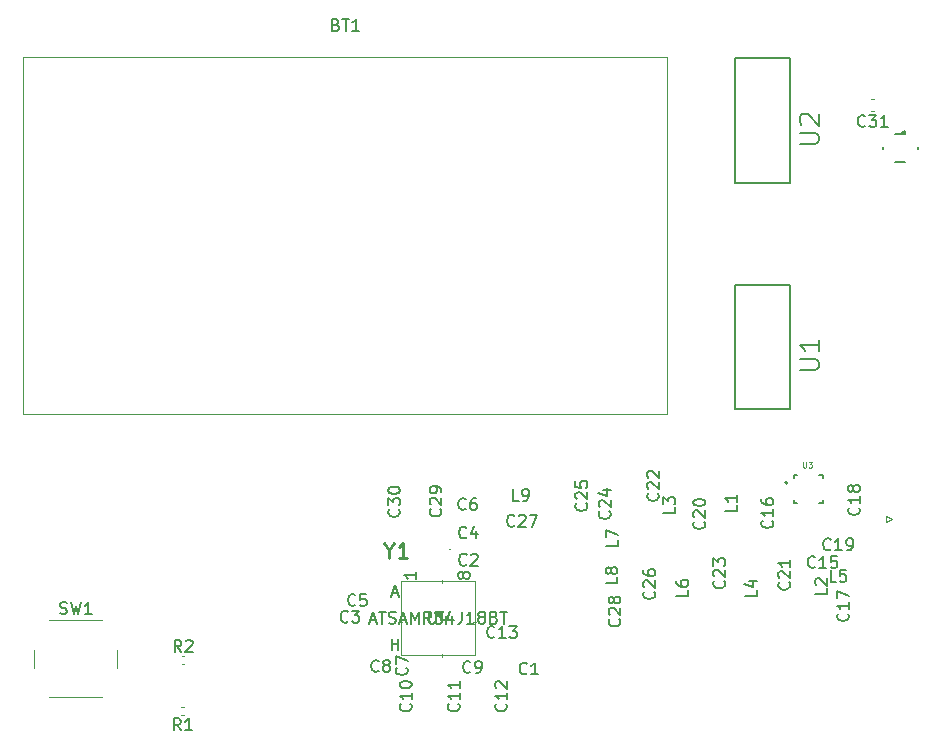
<source format=gbr>
%TF.GenerationSoftware,KiCad,Pcbnew,6.0.9-8da3e8f707~117~ubuntu22.04.1*%
%TF.CreationDate,2022-12-19T03:44:25-03:00*%
%TF.ProjectId,kiproject,6b697072-6f6a-4656-9374-2e6b69636164,rev?*%
%TF.SameCoordinates,Original*%
%TF.FileFunction,Legend,Top*%
%TF.FilePolarity,Positive*%
%FSLAX46Y46*%
G04 Gerber Fmt 4.6, Leading zero omitted, Abs format (unit mm)*
G04 Created by KiCad (PCBNEW 6.0.9-8da3e8f707~117~ubuntu22.04.1) date 2022-12-19 03:44:25*
%MOMM*%
%LPD*%
G01*
G04 APERTURE LIST*
%ADD10C,0.150000*%
%ADD11C,0.254000*%
%ADD12C,0.120000*%
%ADD13C,0.200000*%
%ADD14C,0.100000*%
%ADD15C,0.152400*%
%ADD16C,0.127000*%
G04 APERTURE END LIST*
D10*
%TO.C,C31*%
X109745542Y-41665142D02*
X109697923Y-41712761D01*
X109555066Y-41760380D01*
X109459828Y-41760380D01*
X109316971Y-41712761D01*
X109221733Y-41617523D01*
X109174114Y-41522285D01*
X109126495Y-41331809D01*
X109126495Y-41188952D01*
X109174114Y-40998476D01*
X109221733Y-40903238D01*
X109316971Y-40808000D01*
X109459828Y-40760380D01*
X109555066Y-40760380D01*
X109697923Y-40808000D01*
X109745542Y-40855619D01*
X110078876Y-40760380D02*
X110697923Y-40760380D01*
X110364590Y-41141333D01*
X110507447Y-41141333D01*
X110602685Y-41188952D01*
X110650304Y-41236571D01*
X110697923Y-41331809D01*
X110697923Y-41569904D01*
X110650304Y-41665142D01*
X110602685Y-41712761D01*
X110507447Y-41760380D01*
X110221733Y-41760380D01*
X110126495Y-41712761D01*
X110078876Y-41665142D01*
X111650304Y-41760380D02*
X111078876Y-41760380D01*
X111364590Y-41760380D02*
X111364590Y-40760380D01*
X111269352Y-40903238D01*
X111174114Y-40998476D01*
X111078876Y-41046095D01*
%TO.C,L3*%
X93677380Y-73966666D02*
X93677380Y-74442857D01*
X92677380Y-74442857D01*
X92677380Y-73728571D02*
X92677380Y-73109523D01*
X93058333Y-73442857D01*
X93058333Y-73300000D01*
X93105952Y-73204761D01*
X93153571Y-73157142D01*
X93248809Y-73109523D01*
X93486904Y-73109523D01*
X93582142Y-73157142D01*
X93629761Y-73204761D01*
X93677380Y-73300000D01*
X93677380Y-73585714D01*
X93629761Y-73680952D01*
X93582142Y-73728571D01*
%TO.C,C9*%
X76338133Y-87902342D02*
X76290514Y-87949961D01*
X76147657Y-87997580D01*
X76052419Y-87997580D01*
X75909561Y-87949961D01*
X75814323Y-87854723D01*
X75766704Y-87759485D01*
X75719085Y-87569009D01*
X75719085Y-87426152D01*
X75766704Y-87235676D01*
X75814323Y-87140438D01*
X75909561Y-87045200D01*
X76052419Y-86997580D01*
X76147657Y-86997580D01*
X76290514Y-87045200D01*
X76338133Y-87092819D01*
X76814323Y-87997580D02*
X77004800Y-87997580D01*
X77100038Y-87949961D01*
X77147657Y-87902342D01*
X77242895Y-87759485D01*
X77290514Y-87569009D01*
X77290514Y-87188057D01*
X77242895Y-87092819D01*
X77195276Y-87045200D01*
X77100038Y-86997580D01*
X76909561Y-86997580D01*
X76814323Y-87045200D01*
X76766704Y-87092819D01*
X76719085Y-87188057D01*
X76719085Y-87426152D01*
X76766704Y-87521390D01*
X76814323Y-87569009D01*
X76909561Y-87616628D01*
X77100038Y-87616628D01*
X77195276Y-87569009D01*
X77242895Y-87521390D01*
X77290514Y-87426152D01*
%TO.C,C30*%
X70274742Y-74150457D02*
X70322361Y-74198076D01*
X70369980Y-74340933D01*
X70369980Y-74436171D01*
X70322361Y-74579028D01*
X70227123Y-74674266D01*
X70131885Y-74721885D01*
X69941409Y-74769504D01*
X69798552Y-74769504D01*
X69608076Y-74721885D01*
X69512838Y-74674266D01*
X69417600Y-74579028D01*
X69369980Y-74436171D01*
X69369980Y-74340933D01*
X69417600Y-74198076D01*
X69465219Y-74150457D01*
X69369980Y-73817123D02*
X69369980Y-73198076D01*
X69750933Y-73531409D01*
X69750933Y-73388552D01*
X69798552Y-73293314D01*
X69846171Y-73245695D01*
X69941409Y-73198076D01*
X70179504Y-73198076D01*
X70274742Y-73245695D01*
X70322361Y-73293314D01*
X70369980Y-73388552D01*
X70369980Y-73674266D01*
X70322361Y-73769504D01*
X70274742Y-73817123D01*
X69369980Y-72579028D02*
X69369980Y-72483790D01*
X69417600Y-72388552D01*
X69465219Y-72340933D01*
X69560457Y-72293314D01*
X69750933Y-72245695D01*
X69989028Y-72245695D01*
X70179504Y-72293314D01*
X70274742Y-72340933D01*
X70322361Y-72388552D01*
X70369980Y-72483790D01*
X70369980Y-72579028D01*
X70322361Y-72674266D01*
X70274742Y-72721885D01*
X70179504Y-72769504D01*
X69989028Y-72817123D01*
X69750933Y-72817123D01*
X69560457Y-72769504D01*
X69465219Y-72721885D01*
X69417600Y-72674266D01*
X69369980Y-72579028D01*
%TO.C,C6*%
X75933333Y-74107142D02*
X75885714Y-74154761D01*
X75742857Y-74202380D01*
X75647619Y-74202380D01*
X75504761Y-74154761D01*
X75409523Y-74059523D01*
X75361904Y-73964285D01*
X75314285Y-73773809D01*
X75314285Y-73630952D01*
X75361904Y-73440476D01*
X75409523Y-73345238D01*
X75504761Y-73250000D01*
X75647619Y-73202380D01*
X75742857Y-73202380D01*
X75885714Y-73250000D01*
X75933333Y-73297619D01*
X76790476Y-73202380D02*
X76600000Y-73202380D01*
X76504761Y-73250000D01*
X76457142Y-73297619D01*
X76361904Y-73440476D01*
X76314285Y-73630952D01*
X76314285Y-74011904D01*
X76361904Y-74107142D01*
X76409523Y-74154761D01*
X76504761Y-74202380D01*
X76695238Y-74202380D01*
X76790476Y-74154761D01*
X76838095Y-74107142D01*
X76885714Y-74011904D01*
X76885714Y-73773809D01*
X76838095Y-73678571D01*
X76790476Y-73630952D01*
X76695238Y-73583333D01*
X76504761Y-73583333D01*
X76409523Y-73630952D01*
X76361904Y-73678571D01*
X76314285Y-73773809D01*
%TO.C,R1*%
X51801733Y-92849180D02*
X51468400Y-92372990D01*
X51230304Y-92849180D02*
X51230304Y-91849180D01*
X51611257Y-91849180D01*
X51706495Y-91896800D01*
X51754114Y-91944419D01*
X51801733Y-92039657D01*
X51801733Y-92182514D01*
X51754114Y-92277752D01*
X51706495Y-92325371D01*
X51611257Y-92372990D01*
X51230304Y-92372990D01*
X52754114Y-92849180D02*
X52182685Y-92849180D01*
X52468400Y-92849180D02*
X52468400Y-91849180D01*
X52373161Y-91992038D01*
X52277923Y-92087276D01*
X52182685Y-92134895D01*
%TO.C,U4*%
X72814195Y-82810180D02*
X72814195Y-83619704D01*
X72861814Y-83714942D01*
X72909433Y-83762561D01*
X73004671Y-83810180D01*
X73195147Y-83810180D01*
X73290385Y-83762561D01*
X73338004Y-83714942D01*
X73385623Y-83619704D01*
X73385623Y-82810180D01*
X74290385Y-83143514D02*
X74290385Y-83810180D01*
X74052290Y-82762561D02*
X73814195Y-83476847D01*
X74433242Y-83476847D01*
X67814195Y-83524466D02*
X68290385Y-83524466D01*
X67718957Y-83810180D02*
X68052290Y-82810180D01*
X68385623Y-83810180D01*
X68576100Y-82810180D02*
X69147528Y-82810180D01*
X68861814Y-83810180D02*
X68861814Y-82810180D01*
X69433242Y-83762561D02*
X69576100Y-83810180D01*
X69814195Y-83810180D01*
X69909433Y-83762561D01*
X69957052Y-83714942D01*
X70004671Y-83619704D01*
X70004671Y-83524466D01*
X69957052Y-83429228D01*
X69909433Y-83381609D01*
X69814195Y-83333990D01*
X69623719Y-83286371D01*
X69528480Y-83238752D01*
X69480861Y-83191133D01*
X69433242Y-83095895D01*
X69433242Y-83000657D01*
X69480861Y-82905419D01*
X69528480Y-82857800D01*
X69623719Y-82810180D01*
X69861814Y-82810180D01*
X70004671Y-82857800D01*
X70385623Y-83524466D02*
X70861814Y-83524466D01*
X70290385Y-83810180D02*
X70623719Y-82810180D01*
X70957052Y-83810180D01*
X71290385Y-83810180D02*
X71290385Y-82810180D01*
X71623719Y-83524466D01*
X71957052Y-82810180D01*
X71957052Y-83810180D01*
X73004671Y-83810180D02*
X72671338Y-83333990D01*
X72433242Y-83810180D02*
X72433242Y-82810180D01*
X72814195Y-82810180D01*
X72909433Y-82857800D01*
X72957052Y-82905419D01*
X73004671Y-83000657D01*
X73004671Y-83143514D01*
X72957052Y-83238752D01*
X72909433Y-83286371D01*
X72814195Y-83333990D01*
X72433242Y-83333990D01*
X73338004Y-82810180D02*
X73957052Y-82810180D01*
X73623719Y-83191133D01*
X73766576Y-83191133D01*
X73861814Y-83238752D01*
X73909433Y-83286371D01*
X73957052Y-83381609D01*
X73957052Y-83619704D01*
X73909433Y-83714942D01*
X73861814Y-83762561D01*
X73766576Y-83810180D01*
X73480861Y-83810180D01*
X73385623Y-83762561D01*
X73338004Y-83714942D01*
X74814195Y-83143514D02*
X74814195Y-83810180D01*
X74576100Y-82762561D02*
X74338004Y-83476847D01*
X74957052Y-83476847D01*
X75623719Y-82810180D02*
X75623719Y-83524466D01*
X75576100Y-83667323D01*
X75480861Y-83762561D01*
X75338004Y-83810180D01*
X75242766Y-83810180D01*
X76623719Y-83810180D02*
X76052290Y-83810180D01*
X76338004Y-83810180D02*
X76338004Y-82810180D01*
X76242766Y-82953038D01*
X76147528Y-83048276D01*
X76052290Y-83095895D01*
X77195147Y-83238752D02*
X77099909Y-83191133D01*
X77052290Y-83143514D01*
X77004671Y-83048276D01*
X77004671Y-83000657D01*
X77052290Y-82905419D01*
X77099909Y-82857800D01*
X77195147Y-82810180D01*
X77385623Y-82810180D01*
X77480861Y-82857800D01*
X77528480Y-82905419D01*
X77576100Y-83000657D01*
X77576100Y-83048276D01*
X77528480Y-83143514D01*
X77480861Y-83191133D01*
X77385623Y-83238752D01*
X77195147Y-83238752D01*
X77099909Y-83286371D01*
X77052290Y-83333990D01*
X77004671Y-83429228D01*
X77004671Y-83619704D01*
X77052290Y-83714942D01*
X77099909Y-83762561D01*
X77195147Y-83810180D01*
X77385623Y-83810180D01*
X77480861Y-83762561D01*
X77528480Y-83714942D01*
X77576100Y-83619704D01*
X77576100Y-83429228D01*
X77528480Y-83333990D01*
X77480861Y-83286371D01*
X77385623Y-83238752D01*
X78338004Y-83286371D02*
X78480861Y-83333990D01*
X78528480Y-83381609D01*
X78576100Y-83476847D01*
X78576100Y-83619704D01*
X78528480Y-83714942D01*
X78480861Y-83762561D01*
X78385623Y-83810180D01*
X78004671Y-83810180D01*
X78004671Y-82810180D01*
X78338004Y-82810180D01*
X78433242Y-82857800D01*
X78480861Y-82905419D01*
X78528480Y-83000657D01*
X78528480Y-83095895D01*
X78480861Y-83191133D01*
X78433242Y-83238752D01*
X78338004Y-83286371D01*
X78004671Y-83286371D01*
X78861814Y-82810180D02*
X79433242Y-82810180D01*
X79147528Y-83810180D02*
X79147528Y-82810180D01*
X71753480Y-79439885D02*
X71753480Y-80011314D01*
X71753480Y-79725600D02*
X70753480Y-79725600D01*
X70896338Y-79820838D01*
X70991576Y-79916076D01*
X71039195Y-80011314D01*
X69705804Y-81249466D02*
X70181995Y-81249466D01*
X69610566Y-81535180D02*
X69943900Y-80535180D01*
X70277233Y-81535180D01*
X75732052Y-79820838D02*
X75684433Y-79916076D01*
X75636814Y-79963695D01*
X75541576Y-80011314D01*
X75493957Y-80011314D01*
X75398719Y-79963695D01*
X75351100Y-79916076D01*
X75303480Y-79820838D01*
X75303480Y-79630361D01*
X75351100Y-79535123D01*
X75398719Y-79487504D01*
X75493957Y-79439885D01*
X75541576Y-79439885D01*
X75636814Y-79487504D01*
X75684433Y-79535123D01*
X75732052Y-79630361D01*
X75732052Y-79820838D01*
X75779671Y-79916076D01*
X75827290Y-79963695D01*
X75922528Y-80011314D01*
X76113004Y-80011314D01*
X76208242Y-79963695D01*
X76255861Y-79916076D01*
X76303480Y-79820838D01*
X76303480Y-79630361D01*
X76255861Y-79535123D01*
X76208242Y-79487504D01*
X76113004Y-79439885D01*
X75922528Y-79439885D01*
X75827290Y-79487504D01*
X75779671Y-79535123D01*
X75732052Y-79630361D01*
X69658185Y-86085180D02*
X69658185Y-85085180D01*
X69658185Y-85561371D02*
X70229614Y-85561371D01*
X70229614Y-86085180D02*
X70229614Y-85085180D01*
X73576100Y-82810180D02*
X73576100Y-83048276D01*
X73338004Y-82953038D02*
X73576100Y-83048276D01*
X73814195Y-82953038D01*
X73433242Y-83238752D02*
X73576100Y-83048276D01*
X73718957Y-83238752D01*
%TO.C,C5*%
X66584533Y-82229942D02*
X66536914Y-82277561D01*
X66394057Y-82325180D01*
X66298819Y-82325180D01*
X66155961Y-82277561D01*
X66060723Y-82182323D01*
X66013104Y-82087085D01*
X65965485Y-81896609D01*
X65965485Y-81753752D01*
X66013104Y-81563276D01*
X66060723Y-81468038D01*
X66155961Y-81372800D01*
X66298819Y-81325180D01*
X66394057Y-81325180D01*
X66536914Y-81372800D01*
X66584533Y-81420419D01*
X67489295Y-81325180D02*
X67013104Y-81325180D01*
X66965485Y-81801371D01*
X67013104Y-81753752D01*
X67108342Y-81706133D01*
X67346438Y-81706133D01*
X67441676Y-81753752D01*
X67489295Y-81801371D01*
X67536914Y-81896609D01*
X67536914Y-82134704D01*
X67489295Y-82229942D01*
X67441676Y-82277561D01*
X67346438Y-82325180D01*
X67108342Y-82325180D01*
X67013104Y-82277561D01*
X66965485Y-82229942D01*
%TO.C,C15*%
X105507142Y-79012142D02*
X105459523Y-79059761D01*
X105316666Y-79107380D01*
X105221428Y-79107380D01*
X105078571Y-79059761D01*
X104983333Y-78964523D01*
X104935714Y-78869285D01*
X104888095Y-78678809D01*
X104888095Y-78535952D01*
X104935714Y-78345476D01*
X104983333Y-78250238D01*
X105078571Y-78155000D01*
X105221428Y-78107380D01*
X105316666Y-78107380D01*
X105459523Y-78155000D01*
X105507142Y-78202619D01*
X106459523Y-79107380D02*
X105888095Y-79107380D01*
X106173809Y-79107380D02*
X106173809Y-78107380D01*
X106078571Y-78250238D01*
X105983333Y-78345476D01*
X105888095Y-78393095D01*
X107364285Y-78107380D02*
X106888095Y-78107380D01*
X106840476Y-78583571D01*
X106888095Y-78535952D01*
X106983333Y-78488333D01*
X107221428Y-78488333D01*
X107316666Y-78535952D01*
X107364285Y-78583571D01*
X107411904Y-78678809D01*
X107411904Y-78916904D01*
X107364285Y-79012142D01*
X107316666Y-79059761D01*
X107221428Y-79107380D01*
X106983333Y-79107380D01*
X106888095Y-79059761D01*
X106840476Y-79012142D01*
%TO.C,C8*%
X68565733Y-87817942D02*
X68518114Y-87865561D01*
X68375257Y-87913180D01*
X68280019Y-87913180D01*
X68137161Y-87865561D01*
X68041923Y-87770323D01*
X67994304Y-87675085D01*
X67946685Y-87484609D01*
X67946685Y-87341752D01*
X67994304Y-87151276D01*
X68041923Y-87056038D01*
X68137161Y-86960800D01*
X68280019Y-86913180D01*
X68375257Y-86913180D01*
X68518114Y-86960800D01*
X68565733Y-87008419D01*
X69137161Y-87341752D02*
X69041923Y-87294133D01*
X68994304Y-87246514D01*
X68946685Y-87151276D01*
X68946685Y-87103657D01*
X68994304Y-87008419D01*
X69041923Y-86960800D01*
X69137161Y-86913180D01*
X69327638Y-86913180D01*
X69422876Y-86960800D01*
X69470495Y-87008419D01*
X69518114Y-87103657D01*
X69518114Y-87151276D01*
X69470495Y-87246514D01*
X69422876Y-87294133D01*
X69327638Y-87341752D01*
X69137161Y-87341752D01*
X69041923Y-87389371D01*
X68994304Y-87436990D01*
X68946685Y-87532228D01*
X68946685Y-87722704D01*
X68994304Y-87817942D01*
X69041923Y-87865561D01*
X69137161Y-87913180D01*
X69327638Y-87913180D01*
X69422876Y-87865561D01*
X69470495Y-87817942D01*
X69518114Y-87722704D01*
X69518114Y-87532228D01*
X69470495Y-87436990D01*
X69422876Y-87389371D01*
X69327638Y-87341752D01*
%TO.C,L4*%
X100577380Y-80991666D02*
X100577380Y-81467857D01*
X99577380Y-81467857D01*
X99910714Y-80229761D02*
X100577380Y-80229761D01*
X99529761Y-80467857D02*
X100244047Y-80705952D01*
X100244047Y-80086904D01*
%TO.C,C2*%
X76008333Y-78807142D02*
X75960714Y-78854761D01*
X75817857Y-78902380D01*
X75722619Y-78902380D01*
X75579761Y-78854761D01*
X75484523Y-78759523D01*
X75436904Y-78664285D01*
X75389285Y-78473809D01*
X75389285Y-78330952D01*
X75436904Y-78140476D01*
X75484523Y-78045238D01*
X75579761Y-77950000D01*
X75722619Y-77902380D01*
X75817857Y-77902380D01*
X75960714Y-77950000D01*
X76008333Y-77997619D01*
X76389285Y-77997619D02*
X76436904Y-77950000D01*
X76532142Y-77902380D01*
X76770238Y-77902380D01*
X76865476Y-77950000D01*
X76913095Y-77997619D01*
X76960714Y-78092857D01*
X76960714Y-78188095D01*
X76913095Y-78330952D01*
X76341666Y-78902380D01*
X76960714Y-78902380D01*
%TO.C,C19*%
X106832142Y-77507142D02*
X106784523Y-77554761D01*
X106641666Y-77602380D01*
X106546428Y-77602380D01*
X106403571Y-77554761D01*
X106308333Y-77459523D01*
X106260714Y-77364285D01*
X106213095Y-77173809D01*
X106213095Y-77030952D01*
X106260714Y-76840476D01*
X106308333Y-76745238D01*
X106403571Y-76650000D01*
X106546428Y-76602380D01*
X106641666Y-76602380D01*
X106784523Y-76650000D01*
X106832142Y-76697619D01*
X107784523Y-77602380D02*
X107213095Y-77602380D01*
X107498809Y-77602380D02*
X107498809Y-76602380D01*
X107403571Y-76745238D01*
X107308333Y-76840476D01*
X107213095Y-76888095D01*
X108260714Y-77602380D02*
X108451190Y-77602380D01*
X108546428Y-77554761D01*
X108594047Y-77507142D01*
X108689285Y-77364285D01*
X108736904Y-77173809D01*
X108736904Y-76792857D01*
X108689285Y-76697619D01*
X108641666Y-76650000D01*
X108546428Y-76602380D01*
X108355952Y-76602380D01*
X108260714Y-76650000D01*
X108213095Y-76697619D01*
X108165476Y-76792857D01*
X108165476Y-77030952D01*
X108213095Y-77126190D01*
X108260714Y-77173809D01*
X108355952Y-77221428D01*
X108546428Y-77221428D01*
X108641666Y-77173809D01*
X108689285Y-77126190D01*
X108736904Y-77030952D01*
%TO.C,C21*%
X103307142Y-80317857D02*
X103354761Y-80365476D01*
X103402380Y-80508333D01*
X103402380Y-80603571D01*
X103354761Y-80746428D01*
X103259523Y-80841666D01*
X103164285Y-80889285D01*
X102973809Y-80936904D01*
X102830952Y-80936904D01*
X102640476Y-80889285D01*
X102545238Y-80841666D01*
X102450000Y-80746428D01*
X102402380Y-80603571D01*
X102402380Y-80508333D01*
X102450000Y-80365476D01*
X102497619Y-80317857D01*
X102497619Y-79936904D02*
X102450000Y-79889285D01*
X102402380Y-79794047D01*
X102402380Y-79555952D01*
X102450000Y-79460714D01*
X102497619Y-79413095D01*
X102592857Y-79365476D01*
X102688095Y-79365476D01*
X102830952Y-79413095D01*
X103402380Y-79984523D01*
X103402380Y-79365476D01*
X103402380Y-78413095D02*
X103402380Y-78984523D01*
X103402380Y-78698809D02*
X102402380Y-78698809D01*
X102545238Y-78794047D01*
X102640476Y-78889285D01*
X102688095Y-78984523D01*
%TO.C,C11*%
X75321142Y-90609657D02*
X75368761Y-90657276D01*
X75416380Y-90800133D01*
X75416380Y-90895371D01*
X75368761Y-91038228D01*
X75273523Y-91133466D01*
X75178285Y-91181085D01*
X74987809Y-91228704D01*
X74844952Y-91228704D01*
X74654476Y-91181085D01*
X74559238Y-91133466D01*
X74464000Y-91038228D01*
X74416380Y-90895371D01*
X74416380Y-90800133D01*
X74464000Y-90657276D01*
X74511619Y-90609657D01*
X75416380Y-89657276D02*
X75416380Y-90228704D01*
X75416380Y-89942990D02*
X74416380Y-89942990D01*
X74559238Y-90038228D01*
X74654476Y-90133466D01*
X74702095Y-90228704D01*
X75416380Y-88704895D02*
X75416380Y-89276323D01*
X75416380Y-88990609D02*
X74416380Y-88990609D01*
X74559238Y-89085847D01*
X74654476Y-89181085D01*
X74702095Y-89276323D01*
%TO.C,C29*%
X73779942Y-74099657D02*
X73827561Y-74147276D01*
X73875180Y-74290133D01*
X73875180Y-74385371D01*
X73827561Y-74528228D01*
X73732323Y-74623466D01*
X73637085Y-74671085D01*
X73446609Y-74718704D01*
X73303752Y-74718704D01*
X73113276Y-74671085D01*
X73018038Y-74623466D01*
X72922800Y-74528228D01*
X72875180Y-74385371D01*
X72875180Y-74290133D01*
X72922800Y-74147276D01*
X72970419Y-74099657D01*
X72970419Y-73718704D02*
X72922800Y-73671085D01*
X72875180Y-73575847D01*
X72875180Y-73337752D01*
X72922800Y-73242514D01*
X72970419Y-73194895D01*
X73065657Y-73147276D01*
X73160895Y-73147276D01*
X73303752Y-73194895D01*
X73875180Y-73766323D01*
X73875180Y-73147276D01*
X73875180Y-72671085D02*
X73875180Y-72480609D01*
X73827561Y-72385371D01*
X73779942Y-72337752D01*
X73637085Y-72242514D01*
X73446609Y-72194895D01*
X73065657Y-72194895D01*
X72970419Y-72242514D01*
X72922800Y-72290133D01*
X72875180Y-72385371D01*
X72875180Y-72575847D01*
X72922800Y-72671085D01*
X72970419Y-72718704D01*
X73065657Y-72766323D01*
X73303752Y-72766323D01*
X73398990Y-72718704D01*
X73446609Y-72671085D01*
X73494228Y-72575847D01*
X73494228Y-72385371D01*
X73446609Y-72290133D01*
X73398990Y-72242514D01*
X73303752Y-72194895D01*
%TO.C,L1*%
X98877380Y-73791666D02*
X98877380Y-74267857D01*
X97877380Y-74267857D01*
X98877380Y-72934523D02*
X98877380Y-73505952D01*
X98877380Y-73220238D02*
X97877380Y-73220238D01*
X98020238Y-73315476D01*
X98115476Y-73410714D01*
X98163095Y-73505952D01*
%TO.C,SW1*%
X41593866Y-82957161D02*
X41736723Y-83004780D01*
X41974819Y-83004780D01*
X42070057Y-82957161D01*
X42117676Y-82909542D01*
X42165295Y-82814304D01*
X42165295Y-82719066D01*
X42117676Y-82623828D01*
X42070057Y-82576209D01*
X41974819Y-82528590D01*
X41784342Y-82480971D01*
X41689104Y-82433352D01*
X41641485Y-82385733D01*
X41593866Y-82290495D01*
X41593866Y-82195257D01*
X41641485Y-82100019D01*
X41689104Y-82052400D01*
X41784342Y-82004780D01*
X42022438Y-82004780D01*
X42165295Y-82052400D01*
X42498628Y-82004780D02*
X42736723Y-83004780D01*
X42927200Y-82290495D01*
X43117676Y-83004780D01*
X43355771Y-82004780D01*
X44260533Y-83004780D02*
X43689104Y-83004780D01*
X43974819Y-83004780D02*
X43974819Y-82004780D01*
X43879580Y-82147638D01*
X43784342Y-82242876D01*
X43689104Y-82290495D01*
%TO.C,C20*%
X96107142Y-75192857D02*
X96154761Y-75240476D01*
X96202380Y-75383333D01*
X96202380Y-75478571D01*
X96154761Y-75621428D01*
X96059523Y-75716666D01*
X95964285Y-75764285D01*
X95773809Y-75811904D01*
X95630952Y-75811904D01*
X95440476Y-75764285D01*
X95345238Y-75716666D01*
X95250000Y-75621428D01*
X95202380Y-75478571D01*
X95202380Y-75383333D01*
X95250000Y-75240476D01*
X95297619Y-75192857D01*
X95297619Y-74811904D02*
X95250000Y-74764285D01*
X95202380Y-74669047D01*
X95202380Y-74430952D01*
X95250000Y-74335714D01*
X95297619Y-74288095D01*
X95392857Y-74240476D01*
X95488095Y-74240476D01*
X95630952Y-74288095D01*
X96202380Y-74859523D01*
X96202380Y-74240476D01*
X95202380Y-73621428D02*
X95202380Y-73526190D01*
X95250000Y-73430952D01*
X95297619Y-73383333D01*
X95392857Y-73335714D01*
X95583333Y-73288095D01*
X95821428Y-73288095D01*
X96011904Y-73335714D01*
X96107142Y-73383333D01*
X96154761Y-73430952D01*
X96202380Y-73526190D01*
X96202380Y-73621428D01*
X96154761Y-73716666D01*
X96107142Y-73764285D01*
X96011904Y-73811904D01*
X95821428Y-73859523D01*
X95583333Y-73859523D01*
X95392857Y-73811904D01*
X95297619Y-73764285D01*
X95250000Y-73716666D01*
X95202380Y-73621428D01*
D11*
%TO.C,Y1*%
X69470238Y-77619761D02*
X69470238Y-78224523D01*
X69046904Y-76954523D02*
X69470238Y-77619761D01*
X69893571Y-76954523D01*
X70982142Y-78224523D02*
X70256428Y-78224523D01*
X70619285Y-78224523D02*
X70619285Y-76954523D01*
X70498333Y-77135952D01*
X70377380Y-77256904D01*
X70256428Y-77317380D01*
D10*
%TO.C,C24*%
X88107142Y-74317857D02*
X88154761Y-74365476D01*
X88202380Y-74508333D01*
X88202380Y-74603571D01*
X88154761Y-74746428D01*
X88059523Y-74841666D01*
X87964285Y-74889285D01*
X87773809Y-74936904D01*
X87630952Y-74936904D01*
X87440476Y-74889285D01*
X87345238Y-74841666D01*
X87250000Y-74746428D01*
X87202380Y-74603571D01*
X87202380Y-74508333D01*
X87250000Y-74365476D01*
X87297619Y-74317857D01*
X87297619Y-73936904D02*
X87250000Y-73889285D01*
X87202380Y-73794047D01*
X87202380Y-73555952D01*
X87250000Y-73460714D01*
X87297619Y-73413095D01*
X87392857Y-73365476D01*
X87488095Y-73365476D01*
X87630952Y-73413095D01*
X88202380Y-73984523D01*
X88202380Y-73365476D01*
X87535714Y-72508333D02*
X88202380Y-72508333D01*
X87154761Y-72746428D02*
X87869047Y-72984523D01*
X87869047Y-72365476D01*
%TO.C,BT1*%
X64949485Y-33100971D02*
X65092342Y-33148590D01*
X65139961Y-33196209D01*
X65187580Y-33291447D01*
X65187580Y-33434304D01*
X65139961Y-33529542D01*
X65092342Y-33577161D01*
X64997104Y-33624780D01*
X64616152Y-33624780D01*
X64616152Y-32624780D01*
X64949485Y-32624780D01*
X65044723Y-32672400D01*
X65092342Y-32720019D01*
X65139961Y-32815257D01*
X65139961Y-32910495D01*
X65092342Y-33005733D01*
X65044723Y-33053352D01*
X64949485Y-33100971D01*
X64616152Y-33100971D01*
X65473295Y-32624780D02*
X66044723Y-32624780D01*
X65759009Y-33624780D02*
X65759009Y-32624780D01*
X66901866Y-33624780D02*
X66330438Y-33624780D01*
X66616152Y-33624780D02*
X66616152Y-32624780D01*
X66520914Y-32767638D01*
X66425676Y-32862876D01*
X66330438Y-32910495D01*
%TO.C,L9*%
X80433333Y-73427380D02*
X79957142Y-73427380D01*
X79957142Y-72427380D01*
X80814285Y-73427380D02*
X81004761Y-73427380D01*
X81100000Y-73379761D01*
X81147619Y-73332142D01*
X81242857Y-73189285D01*
X81290476Y-72998809D01*
X81290476Y-72617857D01*
X81242857Y-72522619D01*
X81195238Y-72475000D01*
X81100000Y-72427380D01*
X80909523Y-72427380D01*
X80814285Y-72475000D01*
X80766666Y-72522619D01*
X80719047Y-72617857D01*
X80719047Y-72855952D01*
X80766666Y-72951190D01*
X80814285Y-72998809D01*
X80909523Y-73046428D01*
X81100000Y-73046428D01*
X81195238Y-72998809D01*
X81242857Y-72951190D01*
X81290476Y-72855952D01*
%TO.C,R2*%
X51852533Y-86211180D02*
X51519200Y-85734990D01*
X51281104Y-86211180D02*
X51281104Y-85211180D01*
X51662057Y-85211180D01*
X51757295Y-85258800D01*
X51804914Y-85306419D01*
X51852533Y-85401657D01*
X51852533Y-85544514D01*
X51804914Y-85639752D01*
X51757295Y-85687371D01*
X51662057Y-85734990D01*
X51281104Y-85734990D01*
X52233485Y-85306419D02*
X52281104Y-85258800D01*
X52376342Y-85211180D01*
X52614438Y-85211180D01*
X52709676Y-85258800D01*
X52757295Y-85306419D01*
X52804914Y-85401657D01*
X52804914Y-85496895D01*
X52757295Y-85639752D01*
X52185866Y-86211180D01*
X52804914Y-86211180D01*
%TO.C,C12*%
X79334342Y-90609657D02*
X79381961Y-90657276D01*
X79429580Y-90800133D01*
X79429580Y-90895371D01*
X79381961Y-91038228D01*
X79286723Y-91133466D01*
X79191485Y-91181085D01*
X79001009Y-91228704D01*
X78858152Y-91228704D01*
X78667676Y-91181085D01*
X78572438Y-91133466D01*
X78477200Y-91038228D01*
X78429580Y-90895371D01*
X78429580Y-90800133D01*
X78477200Y-90657276D01*
X78524819Y-90609657D01*
X79429580Y-89657276D02*
X79429580Y-90228704D01*
X79429580Y-89942990D02*
X78429580Y-89942990D01*
X78572438Y-90038228D01*
X78667676Y-90133466D01*
X78715295Y-90228704D01*
X78524819Y-89276323D02*
X78477200Y-89228704D01*
X78429580Y-89133466D01*
X78429580Y-88895371D01*
X78477200Y-88800133D01*
X78524819Y-88752514D01*
X78620057Y-88704895D01*
X78715295Y-88704895D01*
X78858152Y-88752514D01*
X79429580Y-89323942D01*
X79429580Y-88704895D01*
%TO.C,U1*%
X104208214Y-62361690D02*
X105536388Y-62361690D01*
X105692643Y-62283562D01*
X105770771Y-62205435D01*
X105848899Y-62049179D01*
X105848899Y-61736667D01*
X105770771Y-61580412D01*
X105692643Y-61502284D01*
X105536388Y-61424156D01*
X104208214Y-61424156D01*
X105848899Y-59783471D02*
X105848899Y-60721005D01*
X105848899Y-60252238D02*
X104208214Y-60252238D01*
X104442598Y-60408494D01*
X104598853Y-60564750D01*
X104676981Y-60721005D01*
%TO.C,C27*%
X80057142Y-75507142D02*
X80009523Y-75554761D01*
X79866666Y-75602380D01*
X79771428Y-75602380D01*
X79628571Y-75554761D01*
X79533333Y-75459523D01*
X79485714Y-75364285D01*
X79438095Y-75173809D01*
X79438095Y-75030952D01*
X79485714Y-74840476D01*
X79533333Y-74745238D01*
X79628571Y-74650000D01*
X79771428Y-74602380D01*
X79866666Y-74602380D01*
X80009523Y-74650000D01*
X80057142Y-74697619D01*
X80438095Y-74697619D02*
X80485714Y-74650000D01*
X80580952Y-74602380D01*
X80819047Y-74602380D01*
X80914285Y-74650000D01*
X80961904Y-74697619D01*
X81009523Y-74792857D01*
X81009523Y-74888095D01*
X80961904Y-75030952D01*
X80390476Y-75602380D01*
X81009523Y-75602380D01*
X81342857Y-74602380D02*
X82009523Y-74602380D01*
X81580952Y-75602380D01*
%TO.C,C22*%
X92207142Y-72792857D02*
X92254761Y-72840476D01*
X92302380Y-72983333D01*
X92302380Y-73078571D01*
X92254761Y-73221428D01*
X92159523Y-73316666D01*
X92064285Y-73364285D01*
X91873809Y-73411904D01*
X91730952Y-73411904D01*
X91540476Y-73364285D01*
X91445238Y-73316666D01*
X91350000Y-73221428D01*
X91302380Y-73078571D01*
X91302380Y-72983333D01*
X91350000Y-72840476D01*
X91397619Y-72792857D01*
X91397619Y-72411904D02*
X91350000Y-72364285D01*
X91302380Y-72269047D01*
X91302380Y-72030952D01*
X91350000Y-71935714D01*
X91397619Y-71888095D01*
X91492857Y-71840476D01*
X91588095Y-71840476D01*
X91730952Y-71888095D01*
X92302380Y-72459523D01*
X92302380Y-71840476D01*
X91397619Y-71459523D02*
X91350000Y-71411904D01*
X91302380Y-71316666D01*
X91302380Y-71078571D01*
X91350000Y-70983333D01*
X91397619Y-70935714D01*
X91492857Y-70888095D01*
X91588095Y-70888095D01*
X91730952Y-70935714D01*
X92302380Y-71507142D01*
X92302380Y-70888095D01*
%TO.C,C28*%
X88932142Y-83442857D02*
X88979761Y-83490476D01*
X89027380Y-83633333D01*
X89027380Y-83728571D01*
X88979761Y-83871428D01*
X88884523Y-83966666D01*
X88789285Y-84014285D01*
X88598809Y-84061904D01*
X88455952Y-84061904D01*
X88265476Y-84014285D01*
X88170238Y-83966666D01*
X88075000Y-83871428D01*
X88027380Y-83728571D01*
X88027380Y-83633333D01*
X88075000Y-83490476D01*
X88122619Y-83442857D01*
X88122619Y-83061904D02*
X88075000Y-83014285D01*
X88027380Y-82919047D01*
X88027380Y-82680952D01*
X88075000Y-82585714D01*
X88122619Y-82538095D01*
X88217857Y-82490476D01*
X88313095Y-82490476D01*
X88455952Y-82538095D01*
X89027380Y-83109523D01*
X89027380Y-82490476D01*
X88455952Y-81919047D02*
X88408333Y-82014285D01*
X88360714Y-82061904D01*
X88265476Y-82109523D01*
X88217857Y-82109523D01*
X88122619Y-82061904D01*
X88075000Y-82014285D01*
X88027380Y-81919047D01*
X88027380Y-81728571D01*
X88075000Y-81633333D01*
X88122619Y-81585714D01*
X88217857Y-81538095D01*
X88265476Y-81538095D01*
X88360714Y-81585714D01*
X88408333Y-81633333D01*
X88455952Y-81728571D01*
X88455952Y-81919047D01*
X88503571Y-82014285D01*
X88551190Y-82061904D01*
X88646428Y-82109523D01*
X88836904Y-82109523D01*
X88932142Y-82061904D01*
X88979761Y-82014285D01*
X89027380Y-81919047D01*
X89027380Y-81728571D01*
X88979761Y-81633333D01*
X88932142Y-81585714D01*
X88836904Y-81538095D01*
X88646428Y-81538095D01*
X88551190Y-81585714D01*
X88503571Y-81633333D01*
X88455952Y-81728571D01*
%TO.C,U2*%
X104208214Y-43210090D02*
X105536388Y-43210090D01*
X105692643Y-43131962D01*
X105770771Y-43053835D01*
X105848899Y-42897579D01*
X105848899Y-42585067D01*
X105770771Y-42428812D01*
X105692643Y-42350684D01*
X105536388Y-42272556D01*
X104208214Y-42272556D01*
X104364470Y-41569405D02*
X104286342Y-41491277D01*
X104208214Y-41335022D01*
X104208214Y-40944382D01*
X104286342Y-40788127D01*
X104364470Y-40709999D01*
X104520726Y-40631871D01*
X104676981Y-40631871D01*
X104911365Y-40709999D01*
X105848899Y-41647533D01*
X105848899Y-40631871D01*
%TO.C,C18*%
X109207142Y-73992857D02*
X109254761Y-74040476D01*
X109302380Y-74183333D01*
X109302380Y-74278571D01*
X109254761Y-74421428D01*
X109159523Y-74516666D01*
X109064285Y-74564285D01*
X108873809Y-74611904D01*
X108730952Y-74611904D01*
X108540476Y-74564285D01*
X108445238Y-74516666D01*
X108350000Y-74421428D01*
X108302380Y-74278571D01*
X108302380Y-74183333D01*
X108350000Y-74040476D01*
X108397619Y-73992857D01*
X109302380Y-73040476D02*
X109302380Y-73611904D01*
X109302380Y-73326190D02*
X108302380Y-73326190D01*
X108445238Y-73421428D01*
X108540476Y-73516666D01*
X108588095Y-73611904D01*
X108730952Y-72469047D02*
X108683333Y-72564285D01*
X108635714Y-72611904D01*
X108540476Y-72659523D01*
X108492857Y-72659523D01*
X108397619Y-72611904D01*
X108350000Y-72564285D01*
X108302380Y-72469047D01*
X108302380Y-72278571D01*
X108350000Y-72183333D01*
X108397619Y-72135714D01*
X108492857Y-72088095D01*
X108540476Y-72088095D01*
X108635714Y-72135714D01*
X108683333Y-72183333D01*
X108730952Y-72278571D01*
X108730952Y-72469047D01*
X108778571Y-72564285D01*
X108826190Y-72611904D01*
X108921428Y-72659523D01*
X109111904Y-72659523D01*
X109207142Y-72611904D01*
X109254761Y-72564285D01*
X109302380Y-72469047D01*
X109302380Y-72278571D01*
X109254761Y-72183333D01*
X109207142Y-72135714D01*
X109111904Y-72088095D01*
X108921428Y-72088095D01*
X108826190Y-72135714D01*
X108778571Y-72183333D01*
X108730952Y-72278571D01*
%TO.C,C13*%
X78357142Y-84932142D02*
X78309523Y-84979761D01*
X78166666Y-85027380D01*
X78071428Y-85027380D01*
X77928571Y-84979761D01*
X77833333Y-84884523D01*
X77785714Y-84789285D01*
X77738095Y-84598809D01*
X77738095Y-84455952D01*
X77785714Y-84265476D01*
X77833333Y-84170238D01*
X77928571Y-84075000D01*
X78071428Y-84027380D01*
X78166666Y-84027380D01*
X78309523Y-84075000D01*
X78357142Y-84122619D01*
X79309523Y-85027380D02*
X78738095Y-85027380D01*
X79023809Y-85027380D02*
X79023809Y-84027380D01*
X78928571Y-84170238D01*
X78833333Y-84265476D01*
X78738095Y-84313095D01*
X79642857Y-84027380D02*
X80261904Y-84027380D01*
X79928571Y-84408333D01*
X80071428Y-84408333D01*
X80166666Y-84455952D01*
X80214285Y-84503571D01*
X80261904Y-84598809D01*
X80261904Y-84836904D01*
X80214285Y-84932142D01*
X80166666Y-84979761D01*
X80071428Y-85027380D01*
X79785714Y-85027380D01*
X79690476Y-84979761D01*
X79642857Y-84932142D01*
%TO.C,L5*%
X107308333Y-80277380D02*
X106832142Y-80277380D01*
X106832142Y-79277380D01*
X108117857Y-79277380D02*
X107641666Y-79277380D01*
X107594047Y-79753571D01*
X107641666Y-79705952D01*
X107736904Y-79658333D01*
X107975000Y-79658333D01*
X108070238Y-79705952D01*
X108117857Y-79753571D01*
X108165476Y-79848809D01*
X108165476Y-80086904D01*
X108117857Y-80182142D01*
X108070238Y-80229761D01*
X107975000Y-80277380D01*
X107736904Y-80277380D01*
X107641666Y-80229761D01*
X107594047Y-80182142D01*
%TO.C,C1*%
X81113333Y-88021142D02*
X81065714Y-88068761D01*
X80922857Y-88116380D01*
X80827619Y-88116380D01*
X80684761Y-88068761D01*
X80589523Y-87973523D01*
X80541904Y-87878285D01*
X80494285Y-87687809D01*
X80494285Y-87544952D01*
X80541904Y-87354476D01*
X80589523Y-87259238D01*
X80684761Y-87164000D01*
X80827619Y-87116380D01*
X80922857Y-87116380D01*
X81065714Y-87164000D01*
X81113333Y-87211619D01*
X82065714Y-88116380D02*
X81494285Y-88116380D01*
X81780000Y-88116380D02*
X81780000Y-87116380D01*
X81684761Y-87259238D01*
X81589523Y-87354476D01*
X81494285Y-87402095D01*
%TO.C,L6*%
X94777380Y-80966666D02*
X94777380Y-81442857D01*
X93777380Y-81442857D01*
X93777380Y-80204761D02*
X93777380Y-80395238D01*
X93825000Y-80490476D01*
X93872619Y-80538095D01*
X94015476Y-80633333D01*
X94205952Y-80680952D01*
X94586904Y-80680952D01*
X94682142Y-80633333D01*
X94729761Y-80585714D01*
X94777380Y-80490476D01*
X94777380Y-80300000D01*
X94729761Y-80204761D01*
X94682142Y-80157142D01*
X94586904Y-80109523D01*
X94348809Y-80109523D01*
X94253571Y-80157142D01*
X94205952Y-80204761D01*
X94158333Y-80300000D01*
X94158333Y-80490476D01*
X94205952Y-80585714D01*
X94253571Y-80633333D01*
X94348809Y-80680952D01*
%TO.C,C7*%
X70918342Y-87542666D02*
X70965961Y-87590285D01*
X71013580Y-87733142D01*
X71013580Y-87828380D01*
X70965961Y-87971238D01*
X70870723Y-88066476D01*
X70775485Y-88114095D01*
X70585009Y-88161714D01*
X70442152Y-88161714D01*
X70251676Y-88114095D01*
X70156438Y-88066476D01*
X70061200Y-87971238D01*
X70013580Y-87828380D01*
X70013580Y-87733142D01*
X70061200Y-87590285D01*
X70108819Y-87542666D01*
X70013580Y-87209333D02*
X70013580Y-86542666D01*
X71013580Y-86971238D01*
%TO.C,L7*%
X88852380Y-76761666D02*
X88852380Y-77237857D01*
X87852380Y-77237857D01*
X87852380Y-76523571D02*
X87852380Y-75856904D01*
X88852380Y-76285476D01*
%TO.C,L8*%
X88777380Y-79891666D02*
X88777380Y-80367857D01*
X87777380Y-80367857D01*
X88205952Y-79415476D02*
X88158333Y-79510714D01*
X88110714Y-79558333D01*
X88015476Y-79605952D01*
X87967857Y-79605952D01*
X87872619Y-79558333D01*
X87825000Y-79510714D01*
X87777380Y-79415476D01*
X87777380Y-79225000D01*
X87825000Y-79129761D01*
X87872619Y-79082142D01*
X87967857Y-79034523D01*
X88015476Y-79034523D01*
X88110714Y-79082142D01*
X88158333Y-79129761D01*
X88205952Y-79225000D01*
X88205952Y-79415476D01*
X88253571Y-79510714D01*
X88301190Y-79558333D01*
X88396428Y-79605952D01*
X88586904Y-79605952D01*
X88682142Y-79558333D01*
X88729761Y-79510714D01*
X88777380Y-79415476D01*
X88777380Y-79225000D01*
X88729761Y-79129761D01*
X88682142Y-79082142D01*
X88586904Y-79034523D01*
X88396428Y-79034523D01*
X88301190Y-79082142D01*
X88253571Y-79129761D01*
X88205952Y-79225000D01*
%TO.C,C16*%
X101882142Y-75092857D02*
X101929761Y-75140476D01*
X101977380Y-75283333D01*
X101977380Y-75378571D01*
X101929761Y-75521428D01*
X101834523Y-75616666D01*
X101739285Y-75664285D01*
X101548809Y-75711904D01*
X101405952Y-75711904D01*
X101215476Y-75664285D01*
X101120238Y-75616666D01*
X101025000Y-75521428D01*
X100977380Y-75378571D01*
X100977380Y-75283333D01*
X101025000Y-75140476D01*
X101072619Y-75092857D01*
X101977380Y-74140476D02*
X101977380Y-74711904D01*
X101977380Y-74426190D02*
X100977380Y-74426190D01*
X101120238Y-74521428D01*
X101215476Y-74616666D01*
X101263095Y-74711904D01*
X100977380Y-73283333D02*
X100977380Y-73473809D01*
X101025000Y-73569047D01*
X101072619Y-73616666D01*
X101215476Y-73711904D01*
X101405952Y-73759523D01*
X101786904Y-73759523D01*
X101882142Y-73711904D01*
X101929761Y-73664285D01*
X101977380Y-73569047D01*
X101977380Y-73378571D01*
X101929761Y-73283333D01*
X101882142Y-73235714D01*
X101786904Y-73188095D01*
X101548809Y-73188095D01*
X101453571Y-73235714D01*
X101405952Y-73283333D01*
X101358333Y-73378571D01*
X101358333Y-73569047D01*
X101405952Y-73664285D01*
X101453571Y-73711904D01*
X101548809Y-73759523D01*
%TO.C,C4*%
X75983333Y-76507142D02*
X75935714Y-76554761D01*
X75792857Y-76602380D01*
X75697619Y-76602380D01*
X75554761Y-76554761D01*
X75459523Y-76459523D01*
X75411904Y-76364285D01*
X75364285Y-76173809D01*
X75364285Y-76030952D01*
X75411904Y-75840476D01*
X75459523Y-75745238D01*
X75554761Y-75650000D01*
X75697619Y-75602380D01*
X75792857Y-75602380D01*
X75935714Y-75650000D01*
X75983333Y-75697619D01*
X76840476Y-75935714D02*
X76840476Y-76602380D01*
X76602380Y-75554761D02*
X76364285Y-76269047D01*
X76983333Y-76269047D01*
%TO.C,C17*%
X108282142Y-82972857D02*
X108329761Y-83020476D01*
X108377380Y-83163333D01*
X108377380Y-83258571D01*
X108329761Y-83401428D01*
X108234523Y-83496666D01*
X108139285Y-83544285D01*
X107948809Y-83591904D01*
X107805952Y-83591904D01*
X107615476Y-83544285D01*
X107520238Y-83496666D01*
X107425000Y-83401428D01*
X107377380Y-83258571D01*
X107377380Y-83163333D01*
X107425000Y-83020476D01*
X107472619Y-82972857D01*
X108377380Y-82020476D02*
X108377380Y-82591904D01*
X108377380Y-82306190D02*
X107377380Y-82306190D01*
X107520238Y-82401428D01*
X107615476Y-82496666D01*
X107663095Y-82591904D01*
X107377380Y-81687142D02*
X107377380Y-81020476D01*
X108377380Y-81449047D01*
D12*
%TO.C,U3*%
X104503285Y-70132342D02*
X104503285Y-70520914D01*
X104526142Y-70566628D01*
X104549000Y-70589485D01*
X104594714Y-70612342D01*
X104686142Y-70612342D01*
X104731857Y-70589485D01*
X104754714Y-70566628D01*
X104777571Y-70520914D01*
X104777571Y-70132342D01*
X104960428Y-70132342D02*
X105257571Y-70132342D01*
X105097571Y-70315200D01*
X105166142Y-70315200D01*
X105211857Y-70338057D01*
X105234714Y-70360914D01*
X105257571Y-70406628D01*
X105257571Y-70520914D01*
X105234714Y-70566628D01*
X105211857Y-70589485D01*
X105166142Y-70612342D01*
X105029000Y-70612342D01*
X104983285Y-70589485D01*
X104960428Y-70566628D01*
D10*
%TO.C,C23*%
X97807142Y-80197857D02*
X97854761Y-80245476D01*
X97902380Y-80388333D01*
X97902380Y-80483571D01*
X97854761Y-80626428D01*
X97759523Y-80721666D01*
X97664285Y-80769285D01*
X97473809Y-80816904D01*
X97330952Y-80816904D01*
X97140476Y-80769285D01*
X97045238Y-80721666D01*
X96950000Y-80626428D01*
X96902380Y-80483571D01*
X96902380Y-80388333D01*
X96950000Y-80245476D01*
X96997619Y-80197857D01*
X96997619Y-79816904D02*
X96950000Y-79769285D01*
X96902380Y-79674047D01*
X96902380Y-79435952D01*
X96950000Y-79340714D01*
X96997619Y-79293095D01*
X97092857Y-79245476D01*
X97188095Y-79245476D01*
X97330952Y-79293095D01*
X97902380Y-79864523D01*
X97902380Y-79245476D01*
X96902380Y-78912142D02*
X96902380Y-78293095D01*
X97283333Y-78626428D01*
X97283333Y-78483571D01*
X97330952Y-78388333D01*
X97378571Y-78340714D01*
X97473809Y-78293095D01*
X97711904Y-78293095D01*
X97807142Y-78340714D01*
X97854761Y-78388333D01*
X97902380Y-78483571D01*
X97902380Y-78769285D01*
X97854761Y-78864523D01*
X97807142Y-78912142D01*
%TO.C,C26*%
X91882142Y-81117857D02*
X91929761Y-81165476D01*
X91977380Y-81308333D01*
X91977380Y-81403571D01*
X91929761Y-81546428D01*
X91834523Y-81641666D01*
X91739285Y-81689285D01*
X91548809Y-81736904D01*
X91405952Y-81736904D01*
X91215476Y-81689285D01*
X91120238Y-81641666D01*
X91025000Y-81546428D01*
X90977380Y-81403571D01*
X90977380Y-81308333D01*
X91025000Y-81165476D01*
X91072619Y-81117857D01*
X91072619Y-80736904D02*
X91025000Y-80689285D01*
X90977380Y-80594047D01*
X90977380Y-80355952D01*
X91025000Y-80260714D01*
X91072619Y-80213095D01*
X91167857Y-80165476D01*
X91263095Y-80165476D01*
X91405952Y-80213095D01*
X91977380Y-80784523D01*
X91977380Y-80165476D01*
X90977380Y-79308333D02*
X90977380Y-79498809D01*
X91025000Y-79594047D01*
X91072619Y-79641666D01*
X91215476Y-79736904D01*
X91405952Y-79784523D01*
X91786904Y-79784523D01*
X91882142Y-79736904D01*
X91929761Y-79689285D01*
X91977380Y-79594047D01*
X91977380Y-79403571D01*
X91929761Y-79308333D01*
X91882142Y-79260714D01*
X91786904Y-79213095D01*
X91548809Y-79213095D01*
X91453571Y-79260714D01*
X91405952Y-79308333D01*
X91358333Y-79403571D01*
X91358333Y-79594047D01*
X91405952Y-79689285D01*
X91453571Y-79736904D01*
X91548809Y-79784523D01*
%TO.C,L2*%
X106527380Y-80841666D02*
X106527380Y-81317857D01*
X105527380Y-81317857D01*
X105622619Y-80555952D02*
X105575000Y-80508333D01*
X105527380Y-80413095D01*
X105527380Y-80175000D01*
X105575000Y-80079761D01*
X105622619Y-80032142D01*
X105717857Y-79984523D01*
X105813095Y-79984523D01*
X105955952Y-80032142D01*
X106527380Y-80603571D01*
X106527380Y-79984523D01*
%TO.C,C3*%
X65974933Y-83635142D02*
X65927314Y-83682761D01*
X65784457Y-83730380D01*
X65689219Y-83730380D01*
X65546361Y-83682761D01*
X65451123Y-83587523D01*
X65403504Y-83492285D01*
X65355885Y-83301809D01*
X65355885Y-83158952D01*
X65403504Y-82968476D01*
X65451123Y-82873238D01*
X65546361Y-82778000D01*
X65689219Y-82730380D01*
X65784457Y-82730380D01*
X65927314Y-82778000D01*
X65974933Y-82825619D01*
X66308266Y-82730380D02*
X66927314Y-82730380D01*
X66593980Y-83111333D01*
X66736838Y-83111333D01*
X66832076Y-83158952D01*
X66879695Y-83206571D01*
X66927314Y-83301809D01*
X66927314Y-83539904D01*
X66879695Y-83635142D01*
X66832076Y-83682761D01*
X66736838Y-83730380D01*
X66451123Y-83730380D01*
X66355885Y-83682761D01*
X66308266Y-83635142D01*
%TO.C,C10*%
X71257142Y-90609657D02*
X71304761Y-90657276D01*
X71352380Y-90800133D01*
X71352380Y-90895371D01*
X71304761Y-91038228D01*
X71209523Y-91133466D01*
X71114285Y-91181085D01*
X70923809Y-91228704D01*
X70780952Y-91228704D01*
X70590476Y-91181085D01*
X70495238Y-91133466D01*
X70400000Y-91038228D01*
X70352380Y-90895371D01*
X70352380Y-90800133D01*
X70400000Y-90657276D01*
X70447619Y-90609657D01*
X71352380Y-89657276D02*
X71352380Y-90228704D01*
X71352380Y-89942990D02*
X70352380Y-89942990D01*
X70495238Y-90038228D01*
X70590476Y-90133466D01*
X70638095Y-90228704D01*
X70352380Y-89038228D02*
X70352380Y-88942990D01*
X70400000Y-88847752D01*
X70447619Y-88800133D01*
X70542857Y-88752514D01*
X70733333Y-88704895D01*
X70971428Y-88704895D01*
X71161904Y-88752514D01*
X71257142Y-88800133D01*
X71304761Y-88847752D01*
X71352380Y-88942990D01*
X71352380Y-89038228D01*
X71304761Y-89133466D01*
X71257142Y-89181085D01*
X71161904Y-89228704D01*
X70971428Y-89276323D01*
X70733333Y-89276323D01*
X70542857Y-89228704D01*
X70447619Y-89181085D01*
X70400000Y-89133466D01*
X70352380Y-89038228D01*
%TO.C,C25*%
X86132142Y-73642857D02*
X86179761Y-73690476D01*
X86227380Y-73833333D01*
X86227380Y-73928571D01*
X86179761Y-74071428D01*
X86084523Y-74166666D01*
X85989285Y-74214285D01*
X85798809Y-74261904D01*
X85655952Y-74261904D01*
X85465476Y-74214285D01*
X85370238Y-74166666D01*
X85275000Y-74071428D01*
X85227380Y-73928571D01*
X85227380Y-73833333D01*
X85275000Y-73690476D01*
X85322619Y-73642857D01*
X85322619Y-73261904D02*
X85275000Y-73214285D01*
X85227380Y-73119047D01*
X85227380Y-72880952D01*
X85275000Y-72785714D01*
X85322619Y-72738095D01*
X85417857Y-72690476D01*
X85513095Y-72690476D01*
X85655952Y-72738095D01*
X86227380Y-73309523D01*
X86227380Y-72690476D01*
X85227380Y-71785714D02*
X85227380Y-72261904D01*
X85703571Y-72309523D01*
X85655952Y-72261904D01*
X85608333Y-72166666D01*
X85608333Y-71928571D01*
X85655952Y-71833333D01*
X85703571Y-71785714D01*
X85798809Y-71738095D01*
X86036904Y-71738095D01*
X86132142Y-71785714D01*
X86179761Y-71833333D01*
X86227380Y-71928571D01*
X86227380Y-72166666D01*
X86179761Y-72261904D01*
X86132142Y-72309523D01*
D12*
%TO.C,C31*%
X110528980Y-40388000D02*
X110247820Y-40388000D01*
X110528980Y-39368000D02*
X110247820Y-39368000D01*
%TO.C,R1*%
X52076236Y-90876800D02*
X51860564Y-90876800D01*
X52076236Y-91596800D02*
X51860564Y-91596800D01*
%TO.C,U4*%
X70451900Y-80233600D02*
X70451900Y-86482000D01*
X76700300Y-86482000D02*
X76700300Y-80233600D01*
X73901220Y-86355000D02*
X73901220Y-86609000D01*
X73901220Y-80360600D02*
X73901220Y-80106600D01*
X76573300Y-83682920D02*
X76827300Y-83682920D01*
X70451900Y-86482000D02*
X76700300Y-86482000D01*
X70578900Y-83682920D02*
X70324900Y-83682920D01*
X76700300Y-80233600D02*
X70451900Y-80233600D01*
D13*
%TO.C,XC1*%
X113125200Y-42334000D02*
X112325200Y-42334000D01*
X113125200Y-42134000D02*
X112725200Y-42334000D01*
X114225200Y-43634000D02*
X114225200Y-43434000D01*
X113125200Y-42334000D02*
X113125200Y-42134000D01*
X111225200Y-43634000D02*
X111225200Y-43434000D01*
X113125200Y-44734000D02*
X112325200Y-44734000D01*
D12*
%TO.C,SW1*%
X45177200Y-83552400D02*
X40677200Y-83552400D01*
X39427200Y-86052400D02*
X39427200Y-87552400D01*
X46427200Y-87552400D02*
X46427200Y-86052400D01*
X40677200Y-90052400D02*
X45177200Y-90052400D01*
D14*
%TO.C,Y1*%
X74602800Y-77520800D02*
X74602800Y-77520800D01*
X74502800Y-77520800D02*
X74502800Y-77520800D01*
X74602800Y-77520800D02*
X74602800Y-77520800D01*
X74602800Y-77520800D02*
G75*
G03*
X74502800Y-77520800I-50000J0D01*
G01*
X74602800Y-77520800D02*
G75*
G03*
X74502800Y-77520800I-50000J0D01*
G01*
X74502800Y-77520800D02*
G75*
G03*
X74602800Y-77520800I50000J0D01*
G01*
D12*
%TO.C,BT1*%
X38465200Y-66052400D02*
X38465200Y-35852400D01*
X92965200Y-35852400D02*
X92965200Y-66052400D01*
X92965200Y-66052400D02*
X38465200Y-66052400D01*
X38465200Y-35852400D02*
X92965200Y-35852400D01*
%TO.C,R2*%
X51911364Y-86558800D02*
X52127036Y-86558800D01*
X51911364Y-87278800D02*
X52127036Y-87278800D01*
D15*
%TO.C,U1*%
X103378000Y-55118000D02*
X98704400Y-55118000D01*
X98704400Y-65684400D02*
X103378000Y-65684400D01*
X98704400Y-55118000D02*
X98704400Y-65684400D01*
X103378000Y-65684400D02*
X103378000Y-55118000D01*
%TO.C,U2*%
X98704400Y-46532800D02*
X103378000Y-46532800D01*
X103378000Y-46532800D02*
X103378000Y-35966400D01*
X98704400Y-35966400D02*
X98704400Y-46532800D01*
X103378000Y-35966400D02*
X98704400Y-35966400D01*
D16*
%TO.C,U3*%
X106150000Y-71200000D02*
X105880000Y-71200000D01*
X106150000Y-73600000D02*
X105880000Y-73600000D01*
X103750000Y-73600000D02*
X103750000Y-73330000D01*
X106150000Y-73600000D02*
X106150000Y-73330000D01*
X103750000Y-71200000D02*
X103750000Y-71470000D01*
X103750000Y-71200000D02*
X104020000Y-71200000D01*
X103750000Y-73600000D02*
X104020000Y-73600000D01*
X106150000Y-71200000D02*
X106150000Y-71470000D01*
D13*
X103180000Y-71900000D02*
G75*
G03*
X103180000Y-71900000I-100000J0D01*
G01*
D12*
%TO.C,J1*%
X111516300Y-74730800D02*
X111516300Y-75230800D01*
X111516300Y-75230800D02*
X112016300Y-74980800D01*
X112016300Y-74980800D02*
X111516300Y-74730800D01*
%TD*%
M02*

</source>
